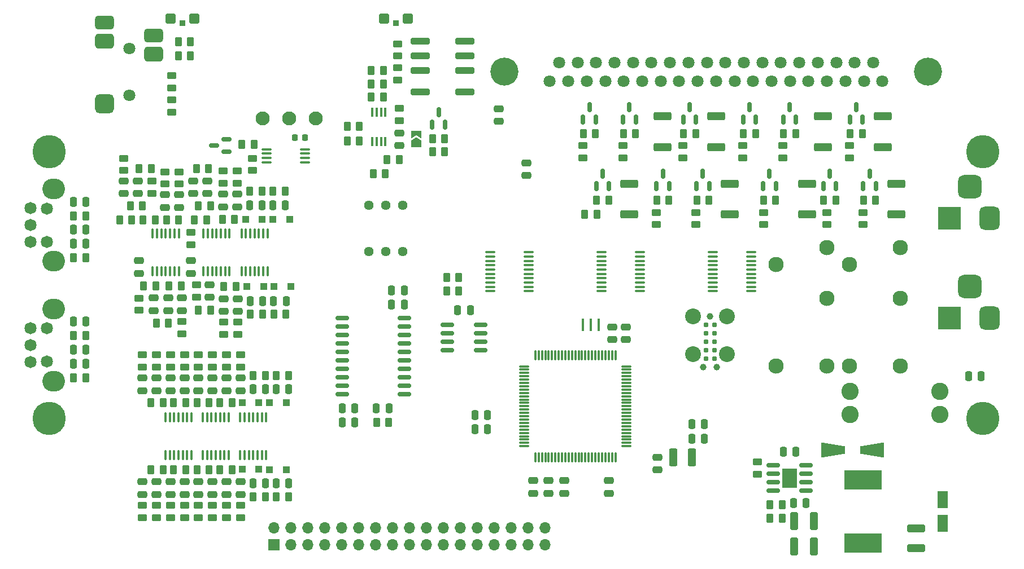
<source format=gts>
%TF.GenerationSoftware,KiCad,Pcbnew,(6.0.2)*%
%TF.CreationDate,2022-08-07T22:17:39-07:00*%
%TF.ProjectId,LightDrum,4c696768-7444-4727-956d-2e6b69636164,rev?*%
%TF.SameCoordinates,Original*%
%TF.FileFunction,Soldermask,Top*%
%TF.FilePolarity,Negative*%
%FSLAX46Y46*%
G04 Gerber Fmt 4.6, Leading zero omitted, Abs format (unit mm)*
G04 Created by KiCad (PCBNEW (6.0.2)) date 2022-08-07 22:17:39*
%MOMM*%
%LPD*%
G01*
G04 APERTURE LIST*
G04 Aperture macros list*
%AMRoundRect*
0 Rectangle with rounded corners*
0 $1 Rounding radius*
0 $2 $3 $4 $5 $6 $7 $8 $9 X,Y pos of 4 corners*
0 Add a 4 corners polygon primitive as box body*
4,1,4,$2,$3,$4,$5,$6,$7,$8,$9,$2,$3,0*
0 Add four circle primitives for the rounded corners*
1,1,$1+$1,$2,$3*
1,1,$1+$1,$4,$5*
1,1,$1+$1,$6,$7*
1,1,$1+$1,$8,$9*
0 Add four rect primitives between the rounded corners*
20,1,$1+$1,$2,$3,$4,$5,0*
20,1,$1+$1,$4,$5,$6,$7,0*
20,1,$1+$1,$6,$7,$8,$9,0*
20,1,$1+$1,$8,$9,$2,$3,0*%
%AMOutline4P*
0 Free polygon, 4 corners , with rotation*
0 The origin of the aperture is its center*
0 number of corners: always 4*
0 $1 to $8 corner X, Y*
0 $9 Rotation angle, in degrees counterclockwise*
0 create outline with 4 corners*
4,1,4,$1,$2,$3,$4,$5,$6,$7,$8,$1,$2,$9*%
%AMFreePoly0*
4,1,6,1.000000,0.000000,0.500000,-0.750000,-0.500000,-0.750000,-0.500000,0.750000,0.500000,0.750000,1.000000,0.000000,1.000000,0.000000,$1*%
%AMFreePoly1*
4,1,6,0.500000,-0.750000,-0.650000,-0.750000,-0.150000,0.000000,-0.650000,0.750000,0.500000,0.750000,0.500000,-0.750000,0.500000,-0.750000,$1*%
G04 Aperture macros list end*
%ADD10RoundRect,0.250000X-0.450000X0.262500X-0.450000X-0.262500X0.450000X-0.262500X0.450000X0.262500X0*%
%ADD11R,1.700000X1.700000*%
%ADD12O,1.700000X1.700000*%
%ADD13RoundRect,0.250000X-0.262500X-0.450000X0.262500X-0.450000X0.262500X0.450000X-0.262500X0.450000X0*%
%ADD14RoundRect,0.250000X-0.475000X0.250000X-0.475000X-0.250000X0.475000X-0.250000X0.475000X0.250000X0*%
%ADD15RoundRect,0.250000X-0.250000X-0.475000X0.250000X-0.475000X0.250000X0.475000X-0.250000X0.475000X0*%
%ADD16O,3.400000X3.100000*%
%ADD17C,1.820000*%
%ADD18RoundRect,0.250000X0.475000X-0.250000X0.475000X0.250000X-0.475000X0.250000X-0.475000X-0.250000X0*%
%ADD19RoundRect,0.250000X0.450000X-0.262500X0.450000X0.262500X-0.450000X0.262500X-0.450000X-0.262500X0*%
%ADD20RoundRect,0.250000X0.250000X0.475000X-0.250000X0.475000X-0.250000X-0.475000X0.250000X-0.475000X0*%
%ADD21RoundRect,0.250000X1.075000X-0.362500X1.075000X0.362500X-1.075000X0.362500X-1.075000X-0.362500X0*%
%ADD22RoundRect,0.250000X-0.325000X-1.100000X0.325000X-1.100000X0.325000X1.100000X-0.325000X1.100000X0*%
%ADD23R,5.600000X3.000000*%
%ADD24RoundRect,0.150000X-0.825000X-0.150000X0.825000X-0.150000X0.825000X0.150000X-0.825000X0.150000X0*%
%ADD25R,2.290000X3.000000*%
%ADD26C,2.600000*%
%ADD27RoundRect,0.250000X0.262500X0.450000X-0.262500X0.450000X-0.262500X-0.450000X0.262500X-0.450000X0*%
%ADD28RoundRect,0.150000X0.150000X-0.587500X0.150000X0.587500X-0.150000X0.587500X-0.150000X-0.587500X0*%
%ADD29C,0.990600*%
%ADD30C,2.374900*%
%ADD31C,0.787400*%
%ADD32RoundRect,0.100000X0.100000X-0.637500X0.100000X0.637500X-0.100000X0.637500X-0.100000X-0.637500X0*%
%ADD33RoundRect,0.250000X0.375000X1.075000X-0.375000X1.075000X-0.375000X-1.075000X0.375000X-1.075000X0*%
%ADD34RoundRect,0.150000X0.587500X0.150000X-0.587500X0.150000X-0.587500X-0.150000X0.587500X-0.150000X0*%
%ADD35RoundRect,0.250000X0.550000X-1.050000X0.550000X1.050000X-0.550000X1.050000X-0.550000X-1.050000X0*%
%ADD36C,2.300000*%
%ADD37RoundRect,0.100000X0.637500X0.100000X-0.637500X0.100000X-0.637500X-0.100000X0.637500X-0.100000X0*%
%ADD38RoundRect,0.075000X0.662500X0.075000X-0.662500X0.075000X-0.662500X-0.075000X0.662500X-0.075000X0*%
%ADD39RoundRect,0.075000X0.075000X0.662500X-0.075000X0.662500X-0.075000X-0.662500X0.075000X-0.662500X0*%
%ADD40R,1.000000X1.000000*%
%ADD41R,3.500000X3.500000*%
%ADD42RoundRect,0.750000X0.750000X1.000000X-0.750000X1.000000X-0.750000X-1.000000X0.750000X-1.000000X0*%
%ADD43RoundRect,0.875000X0.875000X0.875000X-0.875000X0.875000X-0.875000X-0.875000X0.875000X-0.875000X0*%
%ADD44C,2.100000*%
%ADD45RoundRect,0.250000X-1.100000X0.325000X-1.100000X-0.325000X1.100000X-0.325000X1.100000X0.325000X0*%
%ADD46R,0.450000X1.450000*%
%ADD47C,1.440000*%
%ADD48RoundRect,0.100000X-0.637500X-0.100000X0.637500X-0.100000X0.637500X0.100000X-0.637500X0.100000X0*%
%ADD49C,5.000000*%
%ADD50RoundRect,0.150000X-0.875000X-0.150000X0.875000X-0.150000X0.875000X0.150000X-0.875000X0.150000X0*%
%ADD51C,4.200000*%
%ADD52C,1.800000*%
%ADD53R,0.400000X1.900000*%
%ADD54FreePoly0,90.000000*%
%ADD55FreePoly1,90.000000*%
%ADD56RoundRect,0.225000X0.225000X0.250000X-0.225000X0.250000X-0.225000X-0.250000X0.225000X-0.250000X0*%
%ADD57RoundRect,0.250000X-1.180000X0.250000X-1.180000X-0.250000X1.180000X-0.250000X1.180000X0.250000X0*%
%ADD58RoundRect,0.250000X-1.200000X0.250000X-1.200000X-0.250000X1.200000X-0.250000X1.200000X0.250000X0*%
%ADD59RoundRect,0.225000X0.525000X-0.525000X0.525000X0.525000X-0.525000X0.525000X-0.525000X-0.525000X0*%
%ADD60RoundRect,0.135000X0.315000X-0.315000X0.315000X0.315000X-0.315000X0.315000X-0.315000X-0.315000X0*%
%ADD61Outline4P,-1.800000X-1.150000X1.800000X-0.550000X1.800000X0.550000X-1.800000X1.150000X0.000000*%
%ADD62Outline4P,-1.800000X-1.150000X1.800000X-0.550000X1.800000X0.550000X-1.800000X1.150000X180.000000*%
%ADD63RoundRect,0.440000X-0.960000X0.660000X-0.960000X-0.660000X0.960000X-0.660000X0.960000X0.660000X0*%
%ADD64RoundRect,0.400000X-1.000000X0.600000X-1.000000X-0.600000X1.000000X-0.600000X1.000000X0.600000X0*%
%ADD65RoundRect,0.560000X-0.840000X0.840000X-0.840000X-0.840000X0.840000X-0.840000X0.840000X0.840000X0*%
G04 APERTURE END LIST*
D10*
X91500000Y-48487500D03*
X91500000Y-50312500D03*
X54400000Y-59387500D03*
X54400000Y-61212500D03*
D11*
X72700000Y-114000000D03*
D12*
X72700000Y-111460000D03*
X75240000Y-114000000D03*
X75240000Y-111460000D03*
X77780000Y-114000000D03*
X77780000Y-111460000D03*
X80320000Y-114000000D03*
X80320000Y-111460000D03*
X82860000Y-114000000D03*
X82860000Y-111460000D03*
X85400000Y-114000000D03*
X85400000Y-111460000D03*
X87940000Y-114000000D03*
X87940000Y-111460000D03*
X90480000Y-114000000D03*
X90480000Y-111460000D03*
X93020000Y-114000000D03*
X93020000Y-111460000D03*
X95560000Y-114000000D03*
X95560000Y-111460000D03*
X98100000Y-114000000D03*
X98100000Y-111460000D03*
X100640000Y-114000000D03*
X100640000Y-111460000D03*
X103180000Y-114000000D03*
X103180000Y-111460000D03*
X105720000Y-114000000D03*
X105720000Y-111460000D03*
X108260000Y-114000000D03*
X108260000Y-111460000D03*
X110800000Y-114000000D03*
X110800000Y-111460000D03*
X113340000Y-114000000D03*
X113340000Y-111460000D03*
D13*
X69587500Y-88600000D03*
X71412500Y-88600000D03*
D14*
X52300000Y-59350000D03*
X52300000Y-61250000D03*
D13*
X67887500Y-53900000D03*
X69712500Y-53900000D03*
X119096500Y-52247000D03*
X120921500Y-52247000D03*
D15*
X42650000Y-80500000D03*
X44550000Y-80500000D03*
D16*
X39718000Y-89400000D03*
X39718000Y-78600000D03*
D17*
X36218000Y-81460000D03*
X36218000Y-86540000D03*
X36218000Y-84000000D03*
X38718000Y-81500000D03*
X38718000Y-86500000D03*
D18*
X63500000Y-106450000D03*
X63500000Y-104550000D03*
D19*
X125009000Y-55879500D03*
X125009000Y-54054500D03*
D13*
X87287500Y-44800000D03*
X89112500Y-44800000D03*
X69587500Y-106800000D03*
X71412500Y-106800000D03*
X58387500Y-38500000D03*
X60212500Y-38500000D03*
D20*
X84850000Y-93500000D03*
X82950000Y-93500000D03*
D21*
X139000000Y-54312500D03*
X139000000Y-49687500D03*
D18*
X58900000Y-78850000D03*
X58900000Y-76950000D03*
D22*
X150725000Y-110400000D03*
X153675000Y-110400000D03*
D21*
X164000000Y-54312500D03*
X164000000Y-49687500D03*
D18*
X52500000Y-73250000D03*
X52500000Y-71350000D03*
D14*
X58500000Y-61450000D03*
X58500000Y-63350000D03*
D19*
X130009000Y-65912500D03*
X130009000Y-64087500D03*
X143009000Y-55879500D03*
X143009000Y-54054500D03*
X146141000Y-65912500D03*
X146141000Y-64087500D03*
D23*
X161000000Y-104250000D03*
X161000000Y-113750000D03*
D18*
X65600000Y-106450000D03*
X65600000Y-104550000D03*
D24*
X147525000Y-102095000D03*
X147525000Y-103365000D03*
X147525000Y-104635000D03*
X147525000Y-105905000D03*
X152475000Y-105905000D03*
X152475000Y-104635000D03*
X152475000Y-103365000D03*
X152475000Y-102095000D03*
D25*
X150000000Y-104000000D03*
D10*
X57400000Y-43587500D03*
X57400000Y-45412500D03*
D13*
X98587500Y-75900000D03*
X100412500Y-75900000D03*
D14*
X61400000Y-88950000D03*
X61400000Y-90850000D03*
D10*
X56400000Y-57987500D03*
X56400000Y-59812500D03*
D26*
X172550000Y-91000000D03*
X172550000Y-94400000D03*
X159050000Y-94400000D03*
X159050000Y-91000000D03*
D27*
X62612500Y-65200000D03*
X60787500Y-65200000D03*
D10*
X53000000Y-85487500D03*
X53000000Y-87312500D03*
D28*
X143059000Y-50184500D03*
X144959000Y-50184500D03*
X144009000Y-48309500D03*
D14*
X63100000Y-74950000D03*
X63100000Y-76850000D03*
X130200000Y-100850000D03*
X130200000Y-102750000D03*
D29*
X139116000Y-87310000D03*
D30*
X140640000Y-85405000D03*
D29*
X137084000Y-87310000D03*
D30*
X135560000Y-79690000D03*
X140640000Y-79690000D03*
D29*
X138100000Y-79690000D03*
D30*
X135560000Y-85405000D03*
D31*
X137465000Y-80960000D03*
X137465000Y-82230000D03*
X137465000Y-83500000D03*
X137465000Y-84770000D03*
X137465000Y-86040000D03*
X138735000Y-86040000D03*
X138735000Y-84770000D03*
X138735000Y-83500000D03*
X138735000Y-82230000D03*
X138735000Y-80960000D03*
D27*
X74912500Y-106800000D03*
X73087500Y-106800000D03*
D18*
X53000000Y-106450000D03*
X53000000Y-104550000D03*
D14*
X65600000Y-88950000D03*
X65600000Y-90850000D03*
D32*
X54550000Y-72962500D03*
X55200000Y-72962500D03*
X55850000Y-72962500D03*
X56500000Y-72962500D03*
X57150000Y-72962500D03*
X57800000Y-72962500D03*
X58450000Y-72962500D03*
X58450000Y-67237500D03*
X57800000Y-67237500D03*
X57150000Y-67237500D03*
X56500000Y-67237500D03*
X55850000Y-67237500D03*
X55200000Y-67237500D03*
X54550000Y-67237500D03*
D13*
X42687500Y-70900000D03*
X44512500Y-70900000D03*
D10*
X65100000Y-57887500D03*
X65100000Y-59712500D03*
D27*
X44512500Y-82600000D03*
X42687500Y-82600000D03*
D19*
X55100000Y-109912500D03*
X55100000Y-108087500D03*
D33*
X135350000Y-100850000D03*
X132550000Y-100850000D03*
D19*
X155600000Y-65912500D03*
X155600000Y-64087500D03*
D14*
X62700000Y-59350000D03*
X62700000Y-61250000D03*
D13*
X57687500Y-92700000D03*
X59512500Y-92700000D03*
D34*
X65637500Y-55000000D03*
X65637500Y-53100000D03*
X63762500Y-54050000D03*
D19*
X161000000Y-65912500D03*
X161000000Y-64087500D03*
X65600000Y-109912500D03*
X65600000Y-108087500D03*
D35*
X173000000Y-110800000D03*
X173000000Y-107200000D03*
D13*
X65187500Y-75200000D03*
X67012500Y-75200000D03*
D14*
X55100000Y-88950000D03*
X55100000Y-90850000D03*
D20*
X74950000Y-90600000D03*
X73050000Y-90600000D03*
D13*
X159096500Y-52247000D03*
X160921500Y-52247000D03*
D14*
X53000000Y-88950000D03*
X53000000Y-90850000D03*
D27*
X89912500Y-95600000D03*
X88087500Y-95600000D03*
D10*
X59300000Y-85487500D03*
X59300000Y-87312500D03*
D15*
X135350000Y-98100000D03*
X137250000Y-98100000D03*
D27*
X53012500Y-63100000D03*
X51187500Y-63100000D03*
D19*
X57400000Y-49012500D03*
X57400000Y-47187500D03*
D15*
X69550000Y-104800000D03*
X71450000Y-104800000D03*
D13*
X64587500Y-102700000D03*
X66412500Y-102700000D03*
D36*
X155610000Y-87160000D03*
X155610000Y-77000000D03*
X155610000Y-69380000D03*
X147990000Y-71920000D03*
X147990000Y-87160000D03*
D13*
X96487500Y-55000000D03*
X98312500Y-55000000D03*
D19*
X91300000Y-44212500D03*
X91300000Y-42387500D03*
X60300000Y-68912500D03*
X60300000Y-67087500D03*
D13*
X134096500Y-52247000D03*
X135921500Y-52247000D03*
D37*
X127563000Y-75925000D03*
X127563000Y-75275000D03*
X127563000Y-74625000D03*
X127563000Y-73975000D03*
X127563000Y-73325000D03*
X127563000Y-72675000D03*
X127563000Y-72025000D03*
X127563000Y-71375000D03*
X127563000Y-70725000D03*
X127563000Y-70075000D03*
X121838000Y-70075000D03*
X121838000Y-70725000D03*
X121838000Y-71375000D03*
X121838000Y-72025000D03*
X121838000Y-72675000D03*
X121838000Y-73325000D03*
X121838000Y-73975000D03*
X121838000Y-74625000D03*
X121838000Y-75275000D03*
X121838000Y-75925000D03*
D19*
X91300000Y-40612500D03*
X91300000Y-38787500D03*
D20*
X84850000Y-95600000D03*
X82950000Y-95600000D03*
D14*
X60600000Y-59350000D03*
X60600000Y-61250000D03*
D37*
X144263500Y-75925000D03*
X144263500Y-75275000D03*
X144263500Y-74625000D03*
X144263500Y-73975000D03*
X144263500Y-73325000D03*
X144263500Y-72675000D03*
X144263500Y-72025000D03*
X144263500Y-71375000D03*
X144263500Y-70725000D03*
X144263500Y-70075000D03*
X138538500Y-70075000D03*
X138538500Y-70725000D03*
X138538500Y-71375000D03*
X138538500Y-72025000D03*
X138538500Y-72675000D03*
X138538500Y-73325000D03*
X138538500Y-73975000D03*
X138538500Y-74625000D03*
X138538500Y-75275000D03*
X138538500Y-75925000D03*
D24*
X98725000Y-80995000D03*
X98725000Y-82265000D03*
X98725000Y-83535000D03*
X98725000Y-84805000D03*
X103675000Y-84805000D03*
X103675000Y-83535000D03*
X103675000Y-82265000D03*
X103675000Y-80995000D03*
D20*
X44550000Y-68800000D03*
X42650000Y-68800000D03*
D15*
X69050000Y-63000000D03*
X70950000Y-63000000D03*
D14*
X65100000Y-61350000D03*
X65100000Y-63250000D03*
D27*
X54312500Y-57500000D03*
X52487500Y-57500000D03*
D13*
X83687500Y-51200000D03*
X85512500Y-51200000D03*
X147087500Y-110000000D03*
X148912500Y-110000000D03*
D28*
X121059000Y-60184500D03*
X122959000Y-60184500D03*
X122009000Y-58309500D03*
D38*
X125562500Y-99200000D03*
X125562500Y-98700000D03*
X125562500Y-98200000D03*
X125562500Y-97700000D03*
X125562500Y-97200000D03*
X125562500Y-96700000D03*
X125562500Y-96200000D03*
X125562500Y-95700000D03*
X125562500Y-95200000D03*
X125562500Y-94700000D03*
X125562500Y-94200000D03*
X125562500Y-93700000D03*
X125562500Y-93200000D03*
X125562500Y-92700000D03*
X125562500Y-92200000D03*
X125562500Y-91700000D03*
X125562500Y-91200000D03*
X125562500Y-90700000D03*
X125562500Y-90200000D03*
X125562500Y-89700000D03*
X125562500Y-89200000D03*
X125562500Y-88700000D03*
X125562500Y-88200000D03*
X125562500Y-87700000D03*
X125562500Y-87200000D03*
D39*
X123900000Y-85537500D03*
X123400000Y-85537500D03*
X122900000Y-85537500D03*
X122400000Y-85537500D03*
X121900000Y-85537500D03*
X121400000Y-85537500D03*
X120900000Y-85537500D03*
X120400000Y-85537500D03*
X119900000Y-85537500D03*
X119400000Y-85537500D03*
X118900000Y-85537500D03*
X118400000Y-85537500D03*
X117900000Y-85537500D03*
X117400000Y-85537500D03*
X116900000Y-85537500D03*
X116400000Y-85537500D03*
X115900000Y-85537500D03*
X115400000Y-85537500D03*
X114900000Y-85537500D03*
X114400000Y-85537500D03*
X113900000Y-85537500D03*
X113400000Y-85537500D03*
X112900000Y-85537500D03*
X112400000Y-85537500D03*
X111900000Y-85537500D03*
D38*
X110237500Y-87200000D03*
X110237500Y-87700000D03*
X110237500Y-88200000D03*
X110237500Y-88700000D03*
X110237500Y-89200000D03*
X110237500Y-89700000D03*
X110237500Y-90200000D03*
X110237500Y-90700000D03*
X110237500Y-91200000D03*
X110237500Y-91700000D03*
X110237500Y-92200000D03*
X110237500Y-92700000D03*
X110237500Y-93200000D03*
X110237500Y-93700000D03*
X110237500Y-94200000D03*
X110237500Y-94700000D03*
X110237500Y-95200000D03*
X110237500Y-95700000D03*
X110237500Y-96200000D03*
X110237500Y-96700000D03*
X110237500Y-97200000D03*
X110237500Y-97700000D03*
X110237500Y-98200000D03*
X110237500Y-98700000D03*
X110237500Y-99200000D03*
D39*
X111900000Y-100862500D03*
X112400000Y-100862500D03*
X112900000Y-100862500D03*
X113400000Y-100862500D03*
X113900000Y-100862500D03*
X114400000Y-100862500D03*
X114900000Y-100862500D03*
X115400000Y-100862500D03*
X115900000Y-100862500D03*
X116400000Y-100862500D03*
X116900000Y-100862500D03*
X117400000Y-100862500D03*
X117900000Y-100862500D03*
X118400000Y-100862500D03*
X118900000Y-100862500D03*
X119400000Y-100862500D03*
X119900000Y-100862500D03*
X120400000Y-100862500D03*
X120900000Y-100862500D03*
X121400000Y-100862500D03*
X121900000Y-100862500D03*
X122400000Y-100862500D03*
X122900000Y-100862500D03*
X123400000Y-100862500D03*
X123900000Y-100862500D03*
D19*
X61100000Y-76812500D03*
X61100000Y-74987500D03*
D18*
X57200000Y-106450000D03*
X57200000Y-104550000D03*
D10*
X58500000Y-57987500D03*
X58500000Y-59812500D03*
D40*
X67950000Y-102680000D03*
X70450000Y-102680000D03*
D41*
X174000000Y-64957500D03*
D42*
X180000000Y-64957500D03*
D43*
X177000000Y-60257500D03*
D44*
X71000000Y-50000000D03*
X75000000Y-50000000D03*
X79000000Y-50000000D03*
D45*
X169000000Y-111525000D03*
X169000000Y-114475000D03*
D18*
X67300000Y-78950000D03*
X67300000Y-77050000D03*
D21*
X152600000Y-64412500D03*
X152600000Y-59787500D03*
D46*
X87469000Y-53422000D03*
X88119000Y-53422000D03*
X88769000Y-53422000D03*
X89419000Y-53422000D03*
X89419000Y-49022000D03*
X88769000Y-49022000D03*
X88119000Y-49022000D03*
X87469000Y-49022000D03*
D27*
X62912500Y-57500000D03*
X61087500Y-57500000D03*
D37*
X110862500Y-75925000D03*
X110862500Y-75275000D03*
X110862500Y-74625000D03*
X110862500Y-73975000D03*
X110862500Y-73325000D03*
X110862500Y-72675000D03*
X110862500Y-72025000D03*
X110862500Y-71375000D03*
X110862500Y-70725000D03*
X110862500Y-70075000D03*
X105137500Y-70075000D03*
X105137500Y-70725000D03*
X105137500Y-71375000D03*
X105137500Y-72025000D03*
X105137500Y-72675000D03*
X105137500Y-73325000D03*
X105137500Y-73975000D03*
X105137500Y-74625000D03*
X105137500Y-75275000D03*
X105137500Y-75925000D03*
D15*
X149050000Y-100000000D03*
X150950000Y-100000000D03*
D14*
X57200000Y-88950000D03*
X57200000Y-90850000D03*
D19*
X63500000Y-109912500D03*
X63500000Y-108087500D03*
D14*
X56400000Y-61450000D03*
X56400000Y-63350000D03*
D27*
X74412500Y-60900000D03*
X72587500Y-60900000D03*
D21*
X166000000Y-64412500D03*
X166000000Y-59787500D03*
D28*
X134059000Y-50184500D03*
X135959000Y-50184500D03*
X135009000Y-48309500D03*
D13*
X57687500Y-102700000D03*
X59512500Y-102700000D03*
D20*
X74450000Y-63000000D03*
X72550000Y-63000000D03*
D28*
X155059000Y-60184500D03*
X156959000Y-60184500D03*
X156009000Y-58309500D03*
D47*
X92000000Y-63000000D03*
X89460000Y-63000000D03*
X86920000Y-63000000D03*
D15*
X42650000Y-66700000D03*
X44550000Y-66700000D03*
D10*
X63500000Y-85487500D03*
X63500000Y-87312500D03*
D18*
X59300000Y-106450000D03*
X59300000Y-104550000D03*
D14*
X54700000Y-76950000D03*
X54700000Y-78850000D03*
D13*
X143096500Y-52247000D03*
X144921500Y-52247000D03*
D19*
X134009000Y-55879500D03*
X134009000Y-54054500D03*
D14*
X67700000Y-88950000D03*
X67700000Y-90850000D03*
D13*
X83687500Y-53400000D03*
X85512500Y-53400000D03*
D40*
X68650000Y-75200000D03*
X71150000Y-75200000D03*
D48*
X71637500Y-54625000D03*
X71637500Y-55275000D03*
X71637500Y-55925000D03*
X71637500Y-56575000D03*
X77362500Y-56575000D03*
X77362500Y-55925000D03*
X77362500Y-55275000D03*
X77362500Y-54625000D03*
D13*
X87287500Y-42800000D03*
X89112500Y-42800000D03*
D19*
X57193000Y-109912500D03*
X57193000Y-108087500D03*
D28*
X119059000Y-50184500D03*
X120959000Y-50184500D03*
X120009000Y-48309500D03*
D21*
X131000000Y-54312500D03*
X131000000Y-49687500D03*
D10*
X57200000Y-85487500D03*
X57200000Y-87312500D03*
D14*
X91500000Y-52150000D03*
X91500000Y-54050000D03*
D28*
X149059000Y-50184500D03*
X150959000Y-50184500D03*
X150009000Y-48309500D03*
D13*
X42687500Y-88900000D03*
X44512500Y-88900000D03*
X55087500Y-80700000D03*
X56912500Y-80700000D03*
D28*
X146059000Y-60184500D03*
X147959000Y-60184500D03*
X147009000Y-58309500D03*
D13*
X98587500Y-73900000D03*
X100412500Y-73900000D03*
D14*
X59300000Y-88950000D03*
X59300000Y-90850000D03*
D18*
X55100000Y-106450000D03*
X55100000Y-104550000D03*
D32*
X62050000Y-100562500D03*
X62700000Y-100562500D03*
X63350000Y-100562500D03*
X64000000Y-100562500D03*
X64650000Y-100562500D03*
X65300000Y-100562500D03*
X65950000Y-100562500D03*
X65950000Y-94837500D03*
X65300000Y-94837500D03*
X64650000Y-94837500D03*
X64000000Y-94837500D03*
X63350000Y-94837500D03*
X62700000Y-94837500D03*
X62050000Y-94837500D03*
D27*
X74912500Y-88600000D03*
X73087500Y-88600000D03*
X63012500Y-102700000D03*
X61187500Y-102700000D03*
D10*
X55100000Y-85487500D03*
X55100000Y-87312500D03*
D13*
X136096500Y-62247000D03*
X137921500Y-62247000D03*
D20*
X89950000Y-93500000D03*
X88050000Y-93500000D03*
D49*
X179000000Y-55000000D03*
D20*
X74950000Y-104800000D03*
X73050000Y-104800000D03*
D18*
X56900000Y-78850000D03*
X56900000Y-76950000D03*
D49*
X39000000Y-55000000D03*
D28*
X96450000Y-50937500D03*
X98350000Y-50937500D03*
X97400000Y-49062500D03*
D19*
X135981000Y-65912500D03*
X135981000Y-64087500D03*
D40*
X75050000Y-65100000D03*
X72550000Y-65100000D03*
D19*
X145200000Y-103412500D03*
X145200000Y-101587500D03*
D18*
X65200000Y-78950000D03*
X65200000Y-77050000D03*
D13*
X155096500Y-62247000D03*
X156921500Y-62247000D03*
D50*
X82950000Y-79985000D03*
X82950000Y-81255000D03*
X82950000Y-82525000D03*
X82950000Y-83795000D03*
X82950000Y-85065000D03*
X82950000Y-86335000D03*
X82950000Y-87605000D03*
X82950000Y-88875000D03*
X82950000Y-90145000D03*
X82950000Y-91415000D03*
X92250000Y-91415000D03*
X92250000Y-90145000D03*
X92250000Y-88875000D03*
X92250000Y-87605000D03*
X92250000Y-86335000D03*
X92250000Y-85065000D03*
X92250000Y-83795000D03*
X92250000Y-82525000D03*
X92250000Y-81255000D03*
X92250000Y-79985000D03*
D15*
X42650000Y-84700000D03*
X44550000Y-84700000D03*
D19*
X59300000Y-109912500D03*
X59300000Y-108087500D03*
D14*
X63500000Y-88950000D03*
X63500000Y-90850000D03*
D13*
X125096500Y-52247000D03*
X126921500Y-52247000D03*
D20*
X92250000Y-77900000D03*
X90350000Y-77900000D03*
D41*
X174000000Y-79957500D03*
D42*
X180000000Y-79957500D03*
D43*
X177000000Y-75257500D03*
D14*
X67200000Y-61350000D03*
X67200000Y-63250000D03*
D27*
X63212500Y-63100000D03*
X61387500Y-63100000D03*
D28*
X130059000Y-60184500D03*
X131959000Y-60184500D03*
X131009000Y-58309500D03*
D20*
X92250000Y-75800000D03*
X90350000Y-75800000D03*
D32*
X56450000Y-100562500D03*
X57100000Y-100562500D03*
X57750000Y-100562500D03*
X58400000Y-100562500D03*
X59050000Y-100562500D03*
X59700000Y-100562500D03*
X60350000Y-100562500D03*
X60350000Y-94837500D03*
X59700000Y-94837500D03*
X59050000Y-94837500D03*
X58400000Y-94837500D03*
X57750000Y-94837500D03*
X57100000Y-94837500D03*
X56450000Y-94837500D03*
D27*
X56112500Y-92700000D03*
X54287500Y-92700000D03*
D32*
X67650000Y-100562500D03*
X68300000Y-100562500D03*
X68950000Y-100562500D03*
X69600000Y-100562500D03*
X70250000Y-100562500D03*
X70900000Y-100562500D03*
X71550000Y-100562500D03*
X71550000Y-94837500D03*
X70900000Y-94837500D03*
X70250000Y-94837500D03*
X69600000Y-94837500D03*
X68950000Y-94837500D03*
X68300000Y-94837500D03*
X67650000Y-94837500D03*
D27*
X54912500Y-65200000D03*
X53087500Y-65200000D03*
D49*
X39000000Y-95000000D03*
D19*
X52500000Y-78812500D03*
X52500000Y-76987500D03*
D13*
X121096500Y-62247000D03*
X122921500Y-62247000D03*
D36*
X166610000Y-87160000D03*
X166610000Y-77000000D03*
X166610000Y-69380000D03*
X158990000Y-71920000D03*
X158990000Y-87160000D03*
D18*
X61400000Y-106450000D03*
X61400000Y-104550000D03*
D27*
X51412500Y-65200000D03*
X49587500Y-65200000D03*
D15*
X176850000Y-88700000D03*
X178750000Y-88700000D03*
D28*
X125059000Y-50189500D03*
X126959000Y-50189500D03*
X126009000Y-48314500D03*
D40*
X74550000Y-92700000D03*
X72050000Y-92700000D03*
D51*
X170750000Y-43000000D03*
X107250000Y-43000000D03*
D52*
X163930000Y-44420000D03*
X161160000Y-44420000D03*
X158390000Y-44420000D03*
X155620000Y-44420000D03*
X152850000Y-44420000D03*
X150080000Y-44420000D03*
X147310000Y-44420000D03*
X144540000Y-44420000D03*
X141770000Y-44420000D03*
X139000000Y-44420000D03*
X136230000Y-44420000D03*
X133460000Y-44420000D03*
X130690000Y-44420000D03*
X127920000Y-44420000D03*
X125150000Y-44420000D03*
X122380000Y-44420000D03*
X119610000Y-44420000D03*
X116840000Y-44420000D03*
X114070000Y-44420000D03*
X162545000Y-41580000D03*
X159775000Y-41580000D03*
X157005000Y-41580000D03*
X154235000Y-41580000D03*
X151465000Y-41580000D03*
X148695000Y-41580000D03*
X145925000Y-41580000D03*
X143155000Y-41580000D03*
X140385000Y-41580000D03*
X137615000Y-41580000D03*
X134845000Y-41580000D03*
X132075000Y-41580000D03*
X129305000Y-41580000D03*
X126535000Y-41580000D03*
X123765000Y-41580000D03*
X120995000Y-41580000D03*
X118225000Y-41580000D03*
X115455000Y-41580000D03*
D27*
X56112500Y-102700000D03*
X54287500Y-102700000D03*
D20*
X44550000Y-86800000D03*
X42650000Y-86800000D03*
D19*
X53000000Y-109912500D03*
X53000000Y-108087500D03*
D13*
X161096500Y-62247000D03*
X162921500Y-62247000D03*
D15*
X69150000Y-77400000D03*
X71050000Y-77400000D03*
D13*
X64987500Y-65100000D03*
X66812500Y-65100000D03*
D15*
X150600000Y-107750000D03*
X152500000Y-107750000D03*
D13*
X64587500Y-92700000D03*
X66412500Y-92700000D03*
D27*
X74512500Y-79400000D03*
X72687500Y-79400000D03*
D13*
X61387500Y-78800000D03*
X63212500Y-78800000D03*
D53*
X119000000Y-81000000D03*
X120200000Y-81000000D03*
X121400000Y-81000000D03*
D13*
X56587500Y-65200000D03*
X58412500Y-65200000D03*
D10*
X67700000Y-85487500D03*
X67700000Y-87312500D03*
D19*
X119009000Y-55879500D03*
X119009000Y-54054500D03*
D13*
X119287500Y-64400000D03*
X121112500Y-64400000D03*
X69087500Y-60900000D03*
X70912500Y-60900000D03*
D28*
X136059000Y-60122000D03*
X137959000Y-60122000D03*
X137009000Y-58247000D03*
D15*
X42650000Y-62500000D03*
X44550000Y-62500000D03*
D40*
X68450000Y-65100000D03*
X70950000Y-65100000D03*
D10*
X50200000Y-55987500D03*
X50200000Y-57812500D03*
D15*
X135350000Y-95900000D03*
X137250000Y-95900000D03*
D54*
X94050000Y-53775000D03*
D55*
X94050000Y-52325000D03*
D32*
X62150000Y-72962500D03*
X62800000Y-72962500D03*
X63450000Y-72962500D03*
X64100000Y-72962500D03*
X64750000Y-72962500D03*
X65400000Y-72962500D03*
X66050000Y-72962500D03*
X66050000Y-67237500D03*
X65400000Y-67237500D03*
X64750000Y-67237500D03*
X64100000Y-67237500D03*
X63450000Y-67237500D03*
X62800000Y-67237500D03*
X62150000Y-67237500D03*
D10*
X61400000Y-85487500D03*
X61400000Y-87312500D03*
D18*
X110600000Y-58550000D03*
X110600000Y-56650000D03*
D27*
X60212500Y-40600000D03*
X58387500Y-40600000D03*
D16*
X39718000Y-60600000D03*
X39718000Y-71400000D03*
D17*
X36218000Y-63460000D03*
X36218000Y-68540000D03*
X36218000Y-66000000D03*
X38718000Y-63500000D03*
X38718000Y-68500000D03*
D14*
X122900000Y-104350000D03*
X122900000Y-106250000D03*
D21*
X141000000Y-64412500D03*
X141000000Y-59787500D03*
D19*
X67300000Y-82412500D03*
X67300000Y-80587500D03*
D28*
X159059000Y-50184500D03*
X160959000Y-50184500D03*
X160009000Y-48309500D03*
D19*
X65200000Y-82412500D03*
X65200000Y-80587500D03*
D27*
X148912500Y-108000000D03*
X147087500Y-108000000D03*
D13*
X130096500Y-62247000D03*
X131921500Y-62247000D03*
D19*
X69500000Y-57812500D03*
X69500000Y-55987500D03*
D18*
X67700000Y-106450000D03*
X67700000Y-104550000D03*
D32*
X67850000Y-72962500D03*
X68500000Y-72962500D03*
X69150000Y-72962500D03*
X69800000Y-72962500D03*
X70450000Y-72962500D03*
X71100000Y-72962500D03*
X71750000Y-72962500D03*
X71750000Y-67237500D03*
X71100000Y-67237500D03*
X70450000Y-67237500D03*
X69800000Y-67237500D03*
X69150000Y-67237500D03*
X68500000Y-67237500D03*
X67850000Y-67237500D03*
D40*
X67950000Y-92700000D03*
X70450000Y-92700000D03*
D20*
X104750000Y-96650000D03*
X102850000Y-96650000D03*
D13*
X146096500Y-62247000D03*
X147921500Y-62247000D03*
D56*
X77375000Y-52900000D03*
X75825000Y-52900000D03*
D57*
X94630000Y-46000000D03*
D58*
X101370000Y-46000000D03*
X101370000Y-40600000D03*
X94630000Y-40600000D03*
X101370000Y-42800000D03*
X94630000Y-42800000D03*
X101370000Y-38400000D03*
X94630000Y-38400000D03*
D49*
X179000000Y-95000000D03*
D22*
X150725000Y-114250000D03*
X153675000Y-114250000D03*
D59*
X92750000Y-35000000D03*
X89250000Y-35000000D03*
D60*
X91000000Y-35650000D03*
D40*
X74550000Y-102700000D03*
X72050000Y-102700000D03*
D27*
X44512500Y-64600000D03*
X42687500Y-64600000D03*
D20*
X74550000Y-77400000D03*
X72650000Y-77400000D03*
D18*
X125500000Y-83200000D03*
X125500000Y-81300000D03*
X60300000Y-73250000D03*
X60300000Y-71350000D03*
D27*
X89412500Y-58300000D03*
X87587500Y-58300000D03*
D47*
X92000000Y-70000000D03*
X89460000Y-70000000D03*
X86920000Y-70000000D03*
D14*
X111600000Y-104350000D03*
X111600000Y-106250000D03*
D19*
X159009000Y-55879500D03*
X159009000Y-54054500D03*
D10*
X67200000Y-57887500D03*
X67200000Y-59712500D03*
D61*
X156550000Y-99750000D03*
D62*
X162350000Y-99750000D03*
D19*
X58900000Y-82312500D03*
X58900000Y-80487500D03*
D18*
X123400000Y-83200000D03*
X123400000Y-81300000D03*
D28*
X161059000Y-60184500D03*
X162959000Y-60184500D03*
X162009000Y-58309500D03*
D19*
X67700000Y-109912500D03*
X67700000Y-108087500D03*
D13*
X69187500Y-79400000D03*
X71012500Y-79400000D03*
D14*
X116200000Y-104350000D03*
X116200000Y-106250000D03*
D13*
X96487500Y-53000000D03*
X98312500Y-53000000D03*
D20*
X104750000Y-94550000D03*
X102850000Y-94550000D03*
D18*
X106400000Y-50450000D03*
X106400000Y-48550000D03*
D19*
X149009000Y-55879500D03*
X149009000Y-54054500D03*
X65600000Y-87312500D03*
X65600000Y-85487500D03*
D27*
X63012500Y-92700000D03*
X61187500Y-92700000D03*
D40*
X75250000Y-75200000D03*
X72750000Y-75200000D03*
D14*
X50200000Y-59350000D03*
X50200000Y-61250000D03*
D21*
X126000000Y-64412500D03*
X126000000Y-59787500D03*
D15*
X69550000Y-90600000D03*
X71450000Y-90600000D03*
D21*
X155000000Y-54312500D03*
X155000000Y-49687500D03*
D13*
X56987500Y-75100000D03*
X58812500Y-75100000D03*
X89687500Y-56200000D03*
X91512500Y-56200000D03*
D27*
X89102500Y-46777000D03*
X87277500Y-46777000D03*
D13*
X53187500Y-75100000D03*
X55012500Y-75100000D03*
D19*
X61400000Y-109912500D03*
X61400000Y-108087500D03*
D14*
X113900000Y-104350000D03*
X113900000Y-106250000D03*
D52*
X51000000Y-39500000D03*
X51000000Y-46500000D03*
D63*
X47300000Y-38400000D03*
X54700000Y-40300000D03*
D64*
X47300000Y-35600000D03*
X54700000Y-37500000D03*
D65*
X47300000Y-47800000D03*
D13*
X149096500Y-52247000D03*
X150921500Y-52247000D03*
D59*
X60750000Y-35000000D03*
X57250000Y-35000000D03*
D60*
X59000000Y-35650000D03*
D20*
X102150000Y-78800000D03*
X100250000Y-78800000D03*
M02*

</source>
